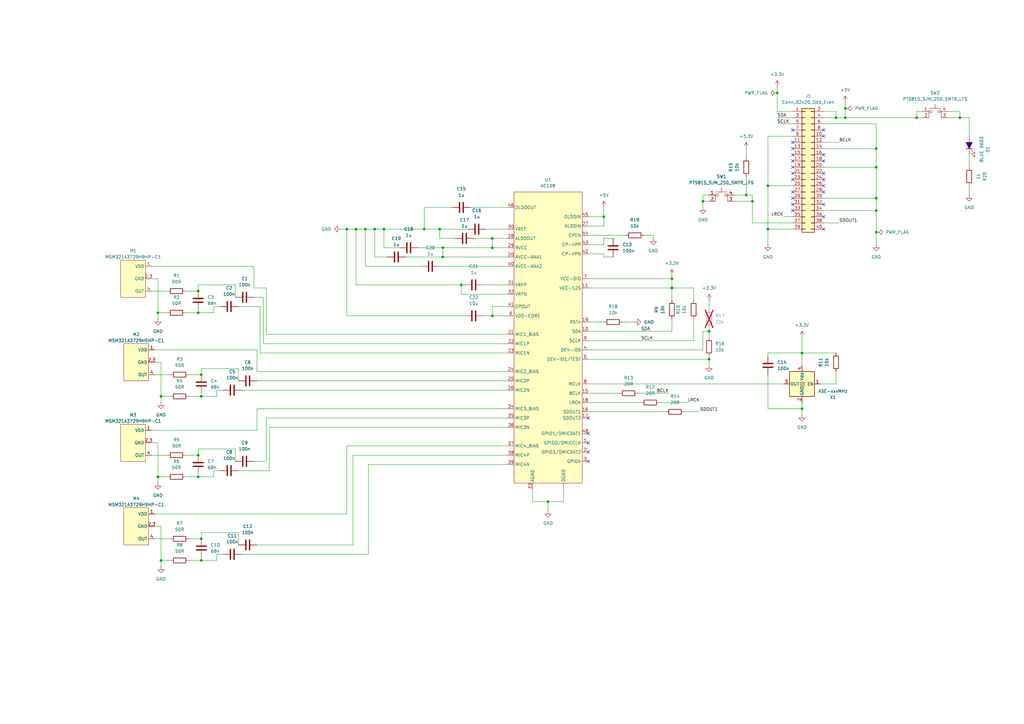
<source format=kicad_sch>
(kicad_sch (version 20231120) (generator "eeschema") (generator_version "8.0")
  (paper "A3")
  (title_block (title "4 CH MIC SCHEMATIC") (date "2024-08-28") (rev "A") (company "K.LISA YANG CCB") (comment 1 "DRAWN BY WILL FRITZ"))
  (lib_symbols
    (symbol "Connector_Generic:Conn_02x20_Odd_Even" (pin_names (offset 1.016) hide)
      (property "Reference" "J" (at 1.27 25.4 0))
      (property "Value" "Conn_02x20_Odd_Even" (at 1.27 -27.94 0))
      (symbol "Conn_02x20_Odd_Even_1_1"
        (rectangle (start -1.27 -25.273) (end 0 -25.527) (stroke (width 0.1524)))
        (rectangle (start -1.27 -22.733) (end 0 -22.987) (stroke (width 0.1524)))
        (rectangle (start -1.27 -20.193) (end 0 -20.447) (stroke (width 0.1524)))
        (rectangle (start -1.27 -17.653) (end 0 -17.907) (stroke (width 0.1524)))
        (rectangle (start -1.27 -15.113) (end 0 -15.367) (stroke (width 0.1524)))
        (rectangle (start -1.27 -12.573) (end 0 -12.827) (stroke (width 0.1524)))
        (rectangle (start -1.27 -10.033) (end 0 -10.287) (stroke (width 0.1524)))
        (rectangle (start -1.27 -7.493) (end 0 -7.747) (stroke (width 0.1524)))
        (rectangle (start -1.27 -4.953) (end 0 -5.207) (stroke (width 0.1524)))
        (rectangle (start -1.27 -2.413) (end 0 -2.667) (stroke (width 0.1524)))
        (rectangle (start -1.27 0.127) (end 0 -0.127) (stroke (width 0.1524)))
        (rectangle (start -1.27 2.667) (end 0 2.413) (stroke (width 0.1524)))
        (rectangle (start -1.27 5.207) (end 0 4.953) (stroke (width 0.1524)))
        (rectangle (start -1.27 7.747) (end 0 7.493) (stroke (width 0.1524)))
        (rectangle (start -1.27 10.287) (end 0 10.033) (stroke (width 0.1524)))
        (rectangle (start -1.27 12.827) (end 0 12.573) (stroke (width 0.1524)))
        (rectangle (start -1.27 15.367) (end 0 15.113) (stroke (width 0.1524)))
        (rectangle (start -1.27 17.907) (end 0 17.653) (stroke (width 0.1524)))
        (rectangle (start -1.27 20.447) (end 0 20.193) (stroke (width 0.1524)))
        (rectangle (start -1.27 22.987) (end 0 22.733) (stroke (width 0.1524)))
        (rectangle (start -1.27 24.13) (end 3.81 -26.67) (stroke (width 0.254)) (fill (type background)))
        (rectangle (start 3.81 -25.273) (end 2.54 -25.527) (stroke (width 0.1524)))
        (rectangle (start 3.81 -22.733) (end 2.54 -22.987) (stroke (width 0.1524)))
        (rectangle (start 3.81 -20.193) (end 2.54 -20.447) (stroke (width 0.1524)))
        (rectangle (start 3.81 -17.653) (end 2.54 -17.907) (stroke (width 0.1524)))
        (rectangle (start 3.81 -15.113) (end 2.54 -15.367) (stroke (width 0.1524)))
        (rectangle (start 3.81 -12.573) (end 2.54 -12.827) (stroke (width 0.1524)))
        (rectangle (start 3.81 -10.033) (end 2.54 -10.287) (stroke (width 0.1524)))
        (rectangle (start 3.81 -7.493) (end 2.54 -7.747) (stroke (width 0.1524)))
        (rectangle (start 3.81 -4.953) (end 2.54 -5.207) (stroke (width 0.1524)))
        (rectangle (start 3.81 -2.413) (end 2.54 -2.667) (stroke (width 0.1524)))
        (rectangle (start 3.81 0.127) (end 2.54 -0.127) (stroke (width 0.1524)))
        (rectangle (start 3.81 2.667) (end 2.54 2.413) (stroke (width 0.1524)))
        (rectangle (start 3.81 5.207) (end 2.54 4.953) (stroke (width 0.1524)))
        (rectangle (start 3.81 7.747) (end 2.54 7.493) (stroke (width 0.1524)))
        (rectangle (start 3.81 10.287) (end 2.54 10.033) (stroke (width 0.1524)))
        (rectangle (start 3.81 12.827) (end 2.54 12.573) (stroke (width 0.1524)))
        (rectangle (start 3.81 15.367) (end 2.54 15.113) (stroke (width 0.1524)))
        (rectangle (start 3.81 17.907) (end 2.54 17.653) (stroke (width 0.1524)))
        (rectangle (start 3.81 20.447) (end 2.54 20.193) (stroke (width 0.1524)))
        (rectangle (start 3.81 22.987) (end 2.54 22.733) (stroke (width 0.1524)))
        (pin passive line (at -5.08 22.86 0) (length 3.81) (name "Pin_1") (number "1"))
        (pin passive line (at 7.62 12.7 180) (length 3.81) (name "Pin_10") (number "10"))
        (pin passive line (at -5.08 10.16 0) (length 3.81) (name "Pin_11") (number "11"))
        (pin passive line (at 7.62 10.16 180) (length 3.81) (name "Pin_12") (number "12"))
        (pin passive line (at -5.08 7.62 0) (length 3.81) (name "Pin_13") (number "13"))
        (pin passive line (at 7.62 7.62 180) (length 3.81) (name "Pin_14") (number "14"))
        (pin passive line (at -5.08 5.08 0) (length 3.81) (name "Pin_15") (number "15"))
        (pin passive line (at 7.62 5.08 180) (length 3.81) (name "Pin_16") (number "16"))
        (pin passive line (at -5.08 2.54 0) (length 3.81) (name "Pin_17") (number "17"))
        (pin passive line (at 7.62 2.54 180) (length 3.81) (name "Pin_18") (number "18"))
        (pin passive line (at -5.08 0 0) (length 3.81) (name "Pin_19") (number "19"))
        (pin passive line (at 7.62 22.86 180) (length 3.81) (name "Pin_2") (number "2"))
        (pin passive line (at 7.62 0 180) (length 3.81) (name "Pin_20") (number "20"))
        (pin passive line (at -5.08 -2.54 0) (length 3.81) (name "Pin_21") (number "21"))
        (pin passive line (at 7.62 -2.54 180) (length 3.81) (name "Pin_22") (number "22"))
        (pin passive line (at -5.08 -5.08 0) (length 3.81) (name "Pin_23") (number "23"))
        (pin passive line (at 7.62 -5.08 180) (length 3.81) (name "Pin_24") (number "24"))
        (pin passive line (at -5.08 -7.62 0) (length 3.81) (name "Pin_25") (number "25"))
        (pin passive line (at 7.62 -7.62 180) (length 3.81) (name "Pin_26") (number "26"))
        (pin passive line (at -5.08 -10.16 0) (length 3.81) (name "Pin_27") (number "27"))
        (pin passive line (at 7.62 -10.16 180) (length 3.81) (name "Pin_28") (number "28"))
        (pin passive line (at -5.08 -12.7 0) (length 3.81) (name "Pin_29") (number "29"))
        (pin passive line (at -5.08 20.32 0) (length 3.81) (name "Pin_3") (number "3"))
        (pin passive line (at 7.62 -12.7 180) (length 3.81) (name "Pin_30") (number "30"))
        (pin passive line (at -5.08 -15.24 0) (length 3.81) (name "Pin_31") (number "31"))
        (pin passive line (at 7.62 -15.24 180) (length 3.81) (name "Pin_32") (number "32"))
        (pin passive line (at -5.08 -17.78 0) (length 3.81) (name "Pin_33") (number "33"))
        (pin passive line (at 7.62 -17.78 180) (length 3.81) (name "Pin_34") (number "34"))
        (pin passive line (at -5.08 -20.32 0) (length 3.81) (name "Pin_35") (number "35"))
        (pin passive line (at 7.62 -20.32 180) (length 3.81) (name "Pin_36") (number "36"))
        (pin passive line (at -5.08 -22.86 0) (length 3.81) (name "Pin_37") (number "37"))
        (pin passive line (at 7.62 -22.86 180) (length 3.81) (name "Pin_38") (number "38"))
        (pin passive line (at -5.08 -25.4 0) (length 3.81) (name "Pin_39") (number "39"))
        (pin passive line (at 7.62 20.32 180) (length 3.81) (name "Pin_4") (number "4"))
        (pin passive line (at 7.62 -25.4 180) (length 3.81) (name "Pin_40") (number "40"))
        (pin passive line (at -5.08 17.78 0) (length 3.81) (name "Pin_5") (number "5"))
        (pin passive line (at 7.62 17.78 180) (length 3.81) (name "Pin_6") (number "6"))
        (pin passive line (at -5.08 15.24 0) (length 3.81) (name "Pin_7") (number "7"))
        (pin passive line (at 7.62 15.24 180) (length 3.81) (name "Pin_8") (number "8"))
        (pin passive line (at -5.08 12.7 0) (length 3.81) (name "Pin_9") (number "9"))
      )
    )
    (symbol "Device:C" (pin_numbers hide) (pin_names (offset 0.254))
      (property "Reference" "C" (at 0.635 2.54 0))
      (property "Value" "C" (at 0.635 -2.54 0))
      (symbol "C_0_1"
        (polyline (pts (xy -2.032 -0.762) (xy 2.032 -0.762)) (stroke (width 0.508)))
        (polyline (pts (xy -2.032 0.762) (xy 2.032 0.762)) (stroke (width 0.508)))
      )
      (symbol "C_1_1"
        (pin passive line (at 0 3.81 270) (length 2.794) (name "~") (number "1"))
        (pin passive line (at 0 -3.81 90) (length 2.794) (name "~") (number "2"))
      )
    )
    (symbol "Device:R" (pin_numbers hide) (pin_names (offset 0))
      (property "Reference" "R" (at 2.032 0 90))
      (property "Value" "R" (at 0 0 90))
      (symbol "R_0_1"
        (rectangle (start -1.016 -2.54) (end 1.016 2.54) (stroke (width 0.254)))
      )
      (symbol "R_1_1"
        (pin passive line (at 0 3.81 270) (length 1.27) (name "~") (number "1"))
        (pin passive line (at 0 -3.81 90) (length 1.27) (name "~") (number "2"))
      )
    )
    (symbol "Oscillator:ASE-xxxMHz" (pin_names (offset 0.254))
      (property "Reference" "X" (at -5.08 6.35 0))
      (property "Value" "ASE-xxxMHz" (at 1.27 -6.35 0))
      (symbol "ASE-xxxMHz_0_1"
        (rectangle (start -5.08 5.08) (end 5.08 -5.08) (stroke (width 0.254)) (fill (type background)))
        (polyline (pts (xy -1.27 -0.762) (xy -1.016 -0.762) (xy -1.016 0.762) (xy -0.508 0.762) (xy -0.508 -0.762) (xy 0 -0.762) (xy 0 0.762) (xy 0.508 0.762) (xy 0.508 -0.762) (xy 0.762 -0.762)))
      )
      (symbol "ASE-xxxMHz_1_1"
        (pin input line (at -7.62 0 0) (length 2.54) (name "EN") (number "1"))
        (pin power_in line (at 0 -7.62 90) (length 2.54) (name "GND") (number "2"))
        (pin output line (at 7.62 0 180) (length 2.54) (name "OUT") (number "3"))
        (pin power_in line (at 0 7.62 270) (length 2.54) (name "Vdd") (number "4"))
      )
    )
    (symbol "ccb_ADC:AC108" (pin_names (offset 0.4))
      (property "Reference" "U1" (at 0 60.96 0))
      (property "Value" "AC108" (at 0 58.42 0))
      (symbol "AC108_1_1"
        (rectangle (start -13.97 55.88) (end 13.97 -63.5) (fill (type background)))
        (pin power_in line (at -6.35 -66.04 90) (length 2.54) (name "DGND") (number ""))
        (pin bidirectional line (at -16.51 -46.99 0) (length 2.54) (name "GPIO2/DMICCLK") (number "1"))
        (pin bidirectional line (at -16.51 -1.27 0) (length 2.54) (name "SDA") (number "10"))
        (pin power_in line (at -16.51 16.51 0) (length 2.54) (name "VCC-12S") (number "11"))
        (pin bidirectional line (at -16.51 -26.67 0) (length 2.54) (name "BCLK") (number "15"))
        (pin output line (at -16.51 -34.29 0) (length 2.54) (name "SDOUT1") (number "16"))
        (pin output line (at -16.51 -36.83 0) (length 2.54) (name "SDOUT2") (number "17"))
        (pin bidirectional line (at -16.51 -30.48 0) (length 2.54) (name "LRCK") (number "18"))
        (pin input line (at -16.51 2.54 0) (length 2.54) (name "RSTn") (number "19"))
        (pin bidirectional line (at -16.51 -50.8 0) (length 2.54) (name "GPIO3/DMICDAT2") (number "2"))
        (pin power_in line (at 16.51 29.21 180) (length 2.54) (name "AVCC-ANA1") (number "20"))
        (pin power_out line (at 16.51 -2.54 180) (length 2.54) (name "MIC1_BIAS") (number "21"))
        (pin input line (at 16.51 -6.35 180) (length 2.54) (name "MIC1P") (number "22"))
        (pin input line (at 16.51 -10.16 180) (length 2.54) (name "MIC1N") (number "23"))
        (pin power_out line (at 16.51 -17.78 180) (length 2.54) (name "MIC2_BIAS") (number "24"))
        (pin input line (at 16.51 -21.59 180) (length 2.54) (name "MIC2P") (number "25"))
        (pin input line (at 16.51 -25.4 180) (length 2.54) (name "MIC2N") (number "26"))
        (pin power_in line (at -16.51 41.91 0) (length 2.54) (name "ALDOIN") (number "27"))
        (pin power_out line (at 16.51 36.83 180) (length 2.54) (name "ALDOOUT") (number "28"))
        (pin power_in line (at 16.51 33.02 180) (length 2.54) (name "RVCC") (number "29"))
        (pin bidirectional line (at -16.51 -54.61 0) (length 2.54) (name "GPIO4") (number "3"))
        (pin output line (at 16.51 40.64 180) (length 2.54) (name "VREF") (number "30"))
        (pin output line (at 16.51 17.78 180) (length 2.54) (name "VRFP") (number "31"))
        (pin input line (at 16.51 13.97 180) (length 2.54) (name "VRFN") (number "32"))
        (pin power_in line (at 6.35 -66.04 90) (length 2.54) (name "AGND") (number "33"))
        (pin power_out line (at 16.51 -33.02 180) (length 2.54) (name "MIC3_BIAS") (number "34"))
        (pin input line (at 16.51 -36.83 180) (length 2.54) (name "MIC3P") (number "35"))
        (pin input line (at 16.51 -40.64 180) (length 2.54) (name "MIC3N") (number "36"))
        (pin power_out line (at 16.51 -48.26 180) (length 2.54) (name "MIC4_BIAS") (number "37"))
        (pin input line (at 16.51 -52.07 180) (length 2.54) (name "MIC4P") (number "38"))
        (pin input line (at 16.51 -55.88 180) (length 2.54) (name "MIC4N") (number "39"))
        (pin input line (at -16.51 -8.89 0) (length 2.54) (name "DEV-ID0") (number "4"))
        (pin passive line (at 16.51 25.4 180) (length 2.54) (name "AVCC-ANA2") (number "40"))
        (pin power_out line (at 16.51 8.89 180) (length 2.54) (name "CPOUT") (number "41"))
        (pin bidirectional line (at -16.51 30.48 0) (length 2.54) (name "CP-VPN") (number "42"))
        (pin bidirectional line (at -16.51 34.29 0) (length 2.54) (name "CP-VPP") (number "43"))
        (pin input line (at -16.51 38.1 0) (length 2.54) (name "CPEN") (number "44"))
        (pin power_in line (at -16.51 45.72 0) (length 2.54) (name "DLDOIN") (number "45"))
        (pin power_out line (at 16.51 49.53 180) (length 2.54) (name "DLDOOUT") (number "46"))
        (pin bidirectional line (at -16.51 -43.18 0) (length 2.54) (name "GPIO1/DMICDAT1") (number "48"))
        (pin input line (at -16.51 -12.7 0) (length 2.54) (name "DEV-ID1/TEST") (number "5"))
        (pin power_in line (at 16.51 5.08 180) (length 2.54) (name "VDD-CORE") (number "6"))
        (pin power_in line (at -16.51 20.32 0) (length 2.54) (name "VCC-DIO") (number "7"))
        (pin input line (at -16.51 -22.86 0) (length 2.54) (name "MCLK") (number "8"))
        (pin input line (at -16.51 -5.08 0) (length 2.54) (name "SCLK") (number "9"))
      )
    )
    (symbol "ccb_LED:EAST16084BA0" (pin_numbers hide) (pin_names (offset 1.016) hide)
      (property "Reference" "D4" (at -1.5875 6.35 0))
      (property "Value" "BLUE 0603" (at -1.5875 3.81 0))
      (symbol "EAST16084BA0_0_1"
        (polyline (pts (xy -1.27 -1.27) (xy -1.27 1.27)) (stroke (width 0.254)))
        (polyline (pts (xy -3.048 -0.762) (xy -4.572 -2.286) (xy -3.81 -2.286) (xy -4.572 -2.286) (xy -4.572 -1.524)))
        (polyline (pts (xy -1.778 -0.762) (xy -3.302 -2.286) (xy -2.54 -2.286) (xy -3.302 -2.286) (xy -3.302 -1.524)))
      )
      (symbol "EAST16084BA0_1_1"
        (polyline (pts (xy 1.27 -1.27) (xy 1.27 1.27) (xy -1.27 0) (xy 1.27 -1.27)) (stroke (width 0.254)) (fill (type color) (color 0 0 255 1)))
        (pin passive line (at -3.81 0 0) (length 2.54) (name "K") (number "1"))
        (pin passive line (at 3.81 0 180) (length 2.54) (name "A") (number "2"))
      )
    )
    (symbol "ccb_button_switch:PTS815_SJM_250_SMTR_LFS" (pin_names (offset 1.016) hide)
      (property "Reference" "SW" (at 0.635 5.715 0))
      (property "Value" "PTS815_SJM_250_SMTR_LFS" (at 0 -3.175 0))
      (symbol "PTS815_SJM_250_SMTR_LFS_0_1"
        (circle (center -1.778 2.54) (radius 0.508))
        (polyline (pts (xy -2.286 3.81) (xy 2.286 3.81)))
        (polyline (pts (xy 0 3.81) (xy 0 5.588)))
        (polyline (pts (xy -2.54 0) (xy -2.54 2.54) (xy -2.286 2.54)))
        (polyline (pts (xy 2.54 0) (xy 2.54 2.54) (xy 2.286 2.54)))
        (circle (center 1.778 2.54) (radius 0.508))
        (pin passive line (at -5.08 2.54 0) (length 2.54) (name "1") (number "1"))
        (pin passive line (at -5.08 0 0) (length 2.54) (name "2") (number "2"))
        (pin passive line (at 5.08 0 180) (length 2.54) (name "K") (number "3"))
        (pin passive line (at 5.08 2.54 180) (length 2.54) (name "A") (number "4"))
      )
    )
    (symbol "ccb_microphone:MSM321A3729H9HP-C"
      (property "Reference" "M?" (at 0 11.43 0))
      (property "Value" "MSM321A3729H9HP-C1" (at 0 8.89 0))
      (symbol "MSM321A3729H9HP-C_1_1"
        (rectangle (start -5.08 7.62) (end 5.08 -7.62) (fill (type background)))
        (pin power_in line (at 7.62 5.08 180) (length 2.54) (name "VDD") (number "1"))
        (pin power_in line (at 7.62 0 180) (length 2.54) (name "GND") (number "2,3"))
        (pin output line (at 7.62 -5.08 180) (length 2.54) (name "OUT") (number "4"))
      )
    )
    (symbol "power:+3.3V" (power) (pin_numbers hide) (pin_names (offset 0) hide)
      (property "Value" "+3.3V" (at 0 3.556 0))
      (symbol "+3.3V_0_1"
        (polyline (pts (xy -0.762 1.27) (xy 0 2.54)))
        (polyline (pts (xy 0 0) (xy 0 2.54)))
        (polyline (pts (xy 0 2.54) (xy 0.762 1.27)))
      )
      (symbol "+3.3V_1_1"
        (pin power_in line (at 0 0 90) (length 0) (name "~") (number "1"))
      )
    )
    (symbol "power:+5V" (power) (pin_numbers hide) (pin_names (offset 0) hide)
      (property "Value" "+5V" (at 0 3.556 0))
      (symbol "+5V_0_1"
        (polyline (pts (xy -0.762 1.27) (xy 0 2.54)))
        (polyline (pts (xy 0 0) (xy 0 2.54)))
        (polyline (pts (xy 0 2.54) (xy 0.762 1.27)))
      )
      (symbol "+5V_1_1"
        (pin power_in line (at 0 0 90) (length 0) (name "~") (number "1"))
      )
    )
    (symbol "power:GND" (power) (pin_numbers hide) (pin_names (offset 0) hide)
      (property "Value" "GND" (at 0 -3.81 0))
      (symbol "GND_0_1"
        (polyline (pts (xy 0 0) (xy 0 -1.27) (xy 1.27 -1.27) (xy 0 -2.54) (xy -1.27 -1.27) (xy 0 -1.27)))
      )
      (symbol "GND_1_1"
        (pin power_in line (at 0 0 270) (length 0) (name "~") (number "1"))
      )
    )
    (symbol "power:PWR_FLAG" (power) (pin_numbers hide) (pin_names (offset 0) hide)
      (property "Value" "PWR_FLAG" (at 0 3.81 0))
      (symbol "PWR_FLAG_0_0"
        (pin power_out line (at 0 0 90) (length 0) (name "~") (number "1"))
      )
      (symbol "PWR_FLAG_0_1"
        (polyline (pts (xy 0 0) (xy 0 1.27) (xy -1.016 1.905) (xy 0 2.54) (xy 1.016 1.905) (xy 0 1.27)))
      )
    )
  )
  (junction (at 359.41 95.25))
  (junction (at 346.71 48.26))
  (junction (at 189.23 116.84))
  (junction (at 173.99 93.98))
  (junction (at 181.61 101.6))
  (junction (at 153.67 93.98))
  (junction (at 247.65 88.9))
  (junction (at 180.34 93.98))
  (junction (at 359.41 60.96))
  (junction (at 64.77 195.58))
  (junction (at 288.29 82.55))
  (junction (at 290.83 135.89))
  (junction (at 64.77 128.27))
  (junction (at 328.93 144.78))
  (junction (at 81.28 128.27))
  (junction (at 359.41 86.36))
  (junction (at 359.41 81.28))
  (junction (at 157.48 93.98))
  (junction (at 314.96 93.98))
  (junction (at 275.59 118.11))
  (junction (at 82.55 220.98))
  (junction (at 306.07 80.01))
  (junction (at 82.55 229.87))
  (junction (at 81.28 186.69))
  (junction (at 314.96 76.2))
  (junction (at 290.83 147.32))
  (junction (at 81.28 119.38))
  (junction (at 66.04 229.87))
  (junction (at 81.28 195.58))
  (junction (at 82.55 153.67))
  (junction (at 201.93 129.54))
  (junction (at 149.86 93.98))
  (junction (at 342.9 48.26))
  (junction (at 66.04 162.56))
  (junction (at 201.93 101.6))
  (junction (at 82.55 162.56))
  (junction (at 142.24 93.98))
  (junction (at 318.77 38.1))
  (junction (at 393.7 48.26))
  (junction (at 328.93 167.64))
  (junction (at 201.93 97.79))
  (junction (at 359.41 68.58))
  (junction (at 346.71 44.45))
  (junction (at 375.92 48.26))
  (junction (at 308.61 82.55))
  (junction (at 275.59 114.3))
  (junction (at 146.05 93.98))
  (junction (at 224.79 205.74))
  (junction (at 181.61 105.41))
  (no_connect (at 337.82 73.66))
  (no_connect (at 325.12 63.5))
  (no_connect (at 241.3 181.61))
  (no_connect (at 337.82 71.12))
  (no_connect (at 325.12 66.04))
  (no_connect (at 325.12 53.34))
  (no_connect (at 337.82 53.34))
  (no_connect (at 325.12 60.96))
  (no_connect (at 337.82 63.5))
  (no_connect (at 325.12 68.58))
  (no_connect (at 241.3 171.45))
  (no_connect (at 337.82 88.9))
  (no_connect (at 337.82 76.2))
  (no_connect (at 241.3 177.8))
  (no_connect (at 337.82 55.88))
  (no_connect (at 241.3 185.42))
  (no_connect (at 337.82 66.04))
  (no_connect (at 337.82 83.82))
  (no_connect (at 325.12 83.82))
  (no_connect (at 325.12 78.74))
  (no_connect (at 337.82 93.98))
  (no_connect (at 325.12 71.12))
  (no_connect (at 337.82 78.74))
  (no_connect (at 325.12 73.66))
  (no_connect (at 325.12 86.36))
  (no_connect (at 325.12 58.42))
  (no_connect (at 241.3 189.23))
  (no_connect (at 325.12 81.28))
  (wire (pts (xy 81.28 128.27) (xy 87.63 128.27)))
  (wire (pts (xy 189.23 116.84) (xy 146.05 116.84)))
  (wire (pts (xy 328.93 167.64) (xy 328.93 170.18)))
  (wire (pts (xy 306.07 80.01) (xy 308.61 80.01)))
  (wire (pts (xy 275.59 118.11) (xy 275.59 114.3)))
  (wire (pts (xy 198.12 116.84) (xy 208.28 116.84)))
  (wire (pts (xy 314.96 153.67) (xy 314.96 167.64)))
  (wire (pts (xy 342.9 152.4) (xy 342.9 157.48)))
  (wire (pts (xy 105.41 156.21) (xy 208.28 156.21)))
  (wire (pts (xy 81.28 116.84) (xy 81.28 119.38)))
  (wire (pts (xy 62.23 181.61) (xy 64.77 181.61)))
  (wire (pts (xy 88.9 227.33) (xy 88.9 229.87)))
  (wire (pts (xy 337.82 68.58) (xy 359.41 68.58)))
  (wire (pts (xy 96.52 116.84) (xy 81.28 116.84)))
  (wire (pts (xy 62.23 176.53) (xy 105.41 176.53)))
  (wire (pts (xy 193.04 85.09) (xy 208.28 85.09)))
  (wire (pts (xy 308.61 82.55) (xy 308.61 91.44)))
  (wire (pts (xy 325.12 55.88) (xy 314.96 55.88)))
  (wire (pts (xy 88.9 160.02) (xy 91.44 160.02)))
  (wire (pts (xy 76.2 128.27) (xy 81.28 128.27)))
  (wire (pts (xy 66.04 229.87) (xy 69.85 229.87)))
  (wire (pts (xy 201.93 97.79) (xy 208.28 97.79)))
  (wire (pts (xy 393.7 48.26) (xy 397.51 48.26)))
  (wire (pts (xy 308.61 80.01) (xy 308.61 82.55)))
  (wire (pts (xy 241.3 143.51) (xy 288.29 143.51)))
  (wire (pts (xy 109.22 118.11) (xy 109.22 137.16)))
  (wire (pts (xy 247.65 104.14) (xy 247.65 105.41)))
  (wire (pts (xy 63.5 148.59) (xy 66.04 148.59)))
  (wire (pts (xy 264.16 96.52) (xy 267.97 96.52)))
  (wire (pts (xy 284.48 118.11) (xy 284.48 123.19)))
  (wire (pts (xy 359.41 68.58) (xy 359.41 81.28)))
  (wire (pts (xy 104.14 121.92) (xy 107.95 121.92)))
  (wire (pts (xy 180.34 93.98) (xy 191.77 93.98)))
  (wire (pts (xy 76.2 195.58) (xy 81.28 195.58)))
  (wire (pts (xy 88.9 227.33) (xy 91.44 227.33)))
  (wire (pts (xy 104.14 118.11) (xy 109.22 118.11)))
  (wire (pts (xy 77.47 153.67) (xy 82.55 153.67)))
  (wire (pts (xy 201.93 129.54) (xy 208.28 129.54)))
  (wire (pts (xy 142.24 129.54) (xy 142.24 93.98)))
  (wire (pts (xy 397.51 63.5) (xy 397.51 68.58)))
  (wire (pts (xy 314.96 55.88) (xy 314.96 76.2)))
  (wire (pts (xy 151.13 227.33) (xy 151.13 190.5)))
  (wire (pts (xy 241.3 157.48) (xy 321.31 157.48)))
  (wire (pts (xy 241.3 161.29) (xy 254 161.29)))
  (wire (pts (xy 66.04 229.87) (xy 66.04 232.41)))
  (wire (pts (xy 393.7 45.72) (xy 393.7 48.26)))
  (wire (pts (xy 87.63 193.04) (xy 87.63 195.58)))
  (wire (pts (xy 142.24 210.82) (xy 142.24 182.88)))
  (wire (pts (xy 247.65 88.9) (xy 247.65 85.09)))
  (wire (pts (xy 314.96 76.2) (xy 325.12 76.2)))
  (wire (pts (xy 241.3 118.11) (xy 275.59 118.11)))
  (wire (pts (xy 231.14 200.66) (xy 231.14 205.74)))
  (wire (pts (xy 66.04 162.56) (xy 66.04 165.1)))
  (wire (pts (xy 280.67 168.91) (xy 287.02 168.91)))
  (wire (pts (xy 63.5 153.67) (xy 69.85 153.67)))
  (wire (pts (xy 328.93 144.78) (xy 328.93 149.86)))
  (wire (pts (xy 318.77 45.72) (xy 325.12 45.72)))
  (wire (pts (xy 397.51 48.26) (xy 397.51 55.88)))
  (wire (pts (xy 208.28 125.73) (xy 201.93 125.73)))
  (wire (pts (xy 290.83 123.19) (xy 290.83 127)))
  (wire (pts (xy 288.29 80.01) (xy 288.29 82.55)))
  (wire (pts (xy 255.27 132.08) (xy 260.35 132.08)))
  (wire (pts (xy 81.28 195.58) (xy 81.28 194.31)))
  (wire (pts (xy 290.83 146.05) (xy 290.83 147.32)))
  (wire (pts (xy 241.3 104.14) (xy 247.65 104.14)))
  (wire (pts (xy 261.62 161.29) (xy 274.32 161.29)))
  (wire (pts (xy 62.23 186.69) (xy 68.58 186.69)))
  (wire (pts (xy 76.2 119.38) (xy 81.28 119.38)))
  (wire (pts (xy 378.46 45.72) (xy 375.92 45.72)))
  (wire (pts (xy 82.55 218.44) (xy 82.55 220.98)))
  (wire (pts (xy 321.31 88.9) (xy 325.12 88.9)))
  (wire (pts (xy 342.9 144.78) (xy 328.93 144.78)))
  (wire (pts (xy 64.77 114.3) (xy 64.77 128.27)))
  (wire (pts (xy 208.28 101.6) (xy 201.93 101.6)))
  (wire (pts (xy 346.71 41.91) (xy 346.71 44.45)))
  (wire (pts (xy 153.67 105.41) (xy 158.75 105.41)))
  (wire (pts (xy 87.63 125.73) (xy 87.63 128.27)))
  (wire (pts (xy 64.77 195.58) (xy 68.58 195.58)))
  (wire (pts (xy 241.3 132.08) (xy 247.65 132.08)))
  (wire (pts (xy 63.5 220.98) (xy 69.85 220.98)))
  (wire (pts (xy 97.79 125.73) (xy 106.68 125.73)))
  (wire (pts (xy 318.77 35.56) (xy 318.77 38.1)))
  (wire (pts (xy 151.13 190.5) (xy 208.28 190.5)))
  (wire (pts (xy 180.34 97.79) (xy 186.69 97.79)))
  (wire (pts (xy 375.92 48.26) (xy 378.46 48.26)))
  (wire (pts (xy 81.28 184.15) (xy 81.28 186.69)))
  (wire (pts (xy 66.04 148.59) (xy 66.04 162.56)))
  (wire (pts (xy 63.5 210.82) (xy 142.24 210.82)))
  (wire (pts (xy 328.93 144.78) (xy 328.93 138.43)))
  (wire (pts (xy 241.3 139.7) (xy 284.48 139.7)))
  (wire (pts (xy 62.23 114.3) (xy 64.77 114.3)))
  (wire (pts (xy 318.77 50.8) (xy 325.12 50.8)))
  (wire (pts (xy 99.06 227.33) (xy 151.13 227.33)))
  (wire (pts (xy 241.3 147.32) (xy 290.83 147.32)))
  (wire (pts (xy 109.22 171.45) (xy 109.22 189.23)))
  (wire (pts (xy 290.83 80.01) (xy 288.29 80.01)))
  (wire (pts (xy 308.61 91.44) (xy 325.12 91.44)))
  (wire (pts (xy 198.12 129.54) (xy 201.93 129.54)))
  (wire (pts (xy 218.44 205.74) (xy 224.79 205.74)))
  (wire (pts (xy 306.07 72.39) (xy 306.07 80.01)))
  (wire (pts (xy 359.41 95.25) (xy 359.41 100.33)))
  (wire (pts (xy 180.34 93.98) (xy 180.34 97.79)))
  (wire (pts (xy 241.3 88.9) (xy 247.65 88.9)))
  (wire (pts (xy 63.5 143.51) (xy 105.41 143.51)))
  (wire (pts (xy 62.23 119.38) (xy 68.58 119.38)))
  (wire (pts (xy 173.99 85.09) (xy 173.99 93.98)))
  (wire (pts (xy 105.41 152.4) (xy 208.28 152.4)))
  (wire (pts (xy 208.28 186.69) (xy 144.78 186.69)))
  (wire (pts (xy 63.5 215.9) (xy 66.04 215.9)))
  (wire (pts (xy 110.49 193.04) (xy 110.49 175.26)))
  (wire (pts (xy 337.82 45.72) (xy 342.9 45.72)))
  (wire (pts (xy 104.14 189.23) (xy 109.22 189.23)))
  (wire (pts (xy 82.55 229.87) (xy 88.9 229.87)))
  (wire (pts (xy 359.41 81.28) (xy 359.41 86.36)))
  (wire (pts (xy 88.9 160.02) (xy 88.9 162.56)))
  (wire (pts (xy 96.52 184.15) (xy 81.28 184.15)))
  (wire (pts (xy 397.51 76.2) (xy 397.51 80.01)))
  (wire (pts (xy 181.61 105.41) (xy 208.28 105.41)))
  (wire (pts (xy 388.62 45.72) (xy 393.7 45.72)))
  (wire (pts (xy 201.93 101.6) (xy 201.93 97.79)))
  (wire (pts (xy 142.24 93.98) (xy 146.05 93.98)))
  (wire (pts (xy 314.96 93.98) (xy 325.12 93.98)))
  (wire (pts (xy 359.41 60.96) (xy 359.41 68.58)))
  (wire (pts (xy 87.63 193.04) (xy 90.17 193.04)))
  (wire (pts (xy 97.79 223.52) (xy 97.79 218.44)))
  (wire (pts (xy 173.99 85.09) (xy 185.42 85.09)))
  (wire (pts (xy 149.86 93.98) (xy 153.67 93.98)))
  (wire (pts (xy 194.31 97.79) (xy 201.93 97.79)))
  (wire (pts (xy 337.82 81.28) (xy 359.41 81.28)))
  (wire (pts (xy 241.3 165.1) (xy 262.89 165.1)))
  (wire (pts (xy 306.07 60.96) (xy 306.07 64.77)))
  (wire (pts (xy 375.92 45.72) (xy 375.92 48.26)))
  (wire (pts (xy 62.23 109.22) (xy 104.14 109.22)))
  (wire (pts (xy 359.41 50.8) (xy 359.41 60.96)))
  (wire (pts (xy 201.93 125.73) (xy 201.93 129.54)))
  (wire (pts (xy 346.71 48.26) (xy 375.92 48.26)))
  (wire (pts (xy 153.67 93.98) (xy 153.67 105.41)))
  (wire (pts (xy 300.99 82.55) (xy 308.61 82.55)))
  (wire (pts (xy 97.79 151.13) (xy 82.55 151.13)))
  (wire (pts (xy 146.05 93.98) (xy 149.86 93.98)))
  (wire (pts (xy 342.9 45.72) (xy 342.9 48.26)))
  (wire (pts (xy 247.65 100.33) (xy 247.65 97.79)))
  (wire (pts (xy 77.47 229.87) (xy 82.55 229.87)))
  (wire (pts (xy 190.5 129.54) (xy 142.24 129.54)))
  (wire (pts (xy 76.2 186.69) (xy 81.28 186.69)))
  (wire (pts (xy 288.29 143.51) (xy 288.29 135.89)))
  (wire (pts (xy 290.83 135.89) (xy 290.83 138.43)))
  (wire (pts (xy 342.9 48.26) (xy 337.82 48.26)))
  (wire (pts (xy 146.05 116.84) (xy 146.05 93.98)))
  (wire (pts (xy 288.29 82.55) (xy 290.83 82.55)))
  (wire (pts (xy 359.41 86.36) (xy 359.41 95.25)))
  (wire (pts (xy 144.78 223.52) (xy 105.41 223.52)))
  (wire (pts (xy 328.93 165.1) (xy 328.93 167.64)))
  (wire (pts (xy 241.3 100.33) (xy 247.65 100.33)))
  (wire (pts (xy 270.51 165.1) (xy 281.94 165.1)))
  (wire (pts (xy 189.23 116.84) (xy 190.5 116.84)))
  (wire (pts (xy 97.79 218.44) (xy 82.55 218.44)))
  (wire (pts (xy 231.14 205.74) (xy 224.79 205.74)))
  (wire (pts (xy 241.3 92.71) (xy 247.65 92.71)))
  (wire (pts (xy 247.65 105.41) (xy 251.46 105.41)))
  (wire (pts (xy 144.78 186.69) (xy 144.78 223.52)))
  (wire (pts (xy 64.77 128.27) (xy 64.77 130.81)))
  (wire (pts (xy 241.3 168.91) (xy 273.05 168.91)))
  (wire (pts (xy 275.59 114.3) (xy 275.59 113.03)))
  (wire (pts (xy 346.71 44.45) (xy 346.71 48.26)))
  (wire (pts (xy 105.41 176.53) (xy 105.41 167.64)))
  (wire (pts (xy 107.95 121.92) (xy 107.95 140.97)))
  (wire (pts (xy 241.3 135.89) (xy 275.59 135.89)))
  (wire (pts (xy 82.55 162.56) (xy 82.55 161.29)))
  (wire (pts (xy 208.28 120.65) (xy 189.23 120.65)))
  (wire (pts (xy 189.23 120.65) (xy 189.23 116.84)))
  (wire (pts (xy 314.96 144.78) (xy 328.93 144.78)))
  (wire (pts (xy 300.99 80.01) (xy 306.07 80.01)))
  (wire (pts (xy 314.96 76.2) (xy 314.96 93.98)))
  (wire (pts (xy 337.82 58.42) (xy 344.17 58.42)))
  (wire (pts (xy 267.97 96.52) (xy 267.97 97.79)))
  (wire (pts (xy 99.06 160.02) (xy 208.28 160.02)))
  (wire (pts (xy 81.28 195.58) (xy 87.63 195.58)))
  (wire (pts (xy 157.48 93.98) (xy 173.99 93.98)))
  (wire (pts (xy 64.77 181.61) (xy 64.77 195.58)))
  (wire (pts (xy 106.68 144.78) (xy 208.28 144.78)))
  (wire (pts (xy 224.79 205.74) (xy 224.79 209.55)))
  (wire (pts (xy 104.14 109.22) (xy 104.14 118.11)))
  (wire (pts (xy 173.99 93.98) (xy 180.34 93.98)))
  (wire (pts (xy 275.59 130.81) (xy 275.59 135.89)))
  (wire (pts (xy 314.96 167.64) (xy 328.93 167.64)))
  (wire (pts (xy 82.55 162.56) (xy 88.9 162.56)))
  (wire (pts (xy 96.52 121.92) (xy 96.52 116.84)))
  (wire (pts (xy 109.22 171.45) (xy 208.28 171.45)))
  (wire (pts (xy 172.72 109.22) (xy 149.86 109.22)))
  (wire (pts (xy 388.62 48.26) (xy 393.7 48.26)))
  (wire (pts (xy 337.82 60.96) (xy 359.41 60.96)))
  (wire (pts (xy 171.45 101.6) (xy 181.61 101.6)))
  (wire (pts (xy 66.04 215.9) (xy 66.04 229.87)))
  (wire (pts (xy 247.65 97.79) (xy 251.46 97.79)))
  (wire (pts (xy 96.52 189.23) (xy 96.52 184.15)))
  (wire (pts (xy 284.48 130.81) (xy 284.48 139.7)))
  (wire (pts (xy 247.65 92.71) (xy 247.65 88.9)))
  (wire (pts (xy 142.24 182.88) (xy 208.28 182.88)))
  (wire (pts (xy 157.48 101.6) (xy 163.83 101.6)))
  (wire (pts (xy 288.29 82.55) (xy 288.29 85.09)))
  (wire (pts (xy 275.59 118.11) (xy 275.59 123.19)))
  (wire (pts (xy 64.77 128.27) (xy 68.58 128.27)))
  (wire (pts (xy 66.04 162.56) (xy 69.85 162.56)))
  (wire (pts (xy 149.86 109.22) (xy 149.86 93.98)))
  (wire (pts (xy 318.77 48.26) (xy 325.12 48.26)))
  (wire (pts (xy 218.44 200.66) (xy 218.44 205.74)))
  (wire (pts (xy 157.48 93.98) (xy 157.48 101.6)))
  (wire (pts (xy 181.61 101.6) (xy 201.93 101.6)))
  (wire (pts (xy 181.61 101.6) (xy 181.61 105.41)))
  (wire (pts (xy 180.34 109.22) (xy 208.28 109.22)))
  (wire (pts (xy 288.29 135.89) (xy 290.83 135.89)))
  (wire (pts (xy 241.3 114.3) (xy 275.59 114.3)))
  (wire (pts (xy 337.82 91.44) (xy 344.17 91.44)))
  (wire (pts (xy 199.39 93.98) (xy 208.28 93.98)))
  (wire (pts (xy 77.47 162.56) (xy 82.55 162.56)))
  (wire (pts (xy 105.41 167.64) (xy 208.28 167.64)))
  (wire (pts (xy 107.95 140.97) (xy 208.28 140.97)))
  (wire (pts (xy 314.96 146.05) (xy 314.96 144.78)))
  (wire (pts (xy 105.41 143.51) (xy 105.41 152.4)))
  (wire (pts (xy 82.55 151.13) (xy 82.55 153.67)))
  (wire (pts (xy 290.83 147.32) (xy 290.83 149.86)))
  (wire (pts (xy 139.7 93.98) (xy 142.24 93.98)))
  (wire (pts (xy 346.71 48.26) (xy 342.9 48.26)))
  (wire (pts (xy 87.63 125.73) (xy 90.17 125.73)))
  (wire (pts (xy 106.68 125.73) (xy 106.68 144.78)))
  (wire (pts (xy 166.37 105.41) (xy 181.61 105.41)))
  (wire (pts (xy 337.82 50.8) (xy 359.41 50.8)))
  (wire (pts (xy 109.22 137.16) (xy 208.28 137.16)))
  (wire (pts (xy 153.67 93.98) (xy 157.48 93.98)))
  (wire (pts (xy 284.48 118.11) (xy 275.59 118.11)))
  (wire (pts (xy 81.28 128.27) (xy 81.28 127)))
  (wire (pts (xy 314.96 93.98) (xy 314.96 100.33)))
  (wire (pts (xy 342.9 157.48) (xy 336.55 157.48)))
  (wire (pts (xy 82.55 229.87) (xy 82.55 228.6)))
  (wire (pts (xy 290.83 135.89) (xy 290.83 134.62)))
  (wire (pts (xy 77.47 220.98) (xy 82.55 220.98)))
  (wire (pts (xy 110.49 175.26) (xy 208.28 175.26)))
  (wire (pts (xy 241.3 96.52) (xy 256.54 96.52)))
  (wire (pts (xy 64.77 195.58) (xy 64.77 198.12)))
  (wire (pts (xy 97.79 156.21) (xy 97.79 151.13)))
  (wire (pts (xy 97.79 193.04) (xy 110.49 193.04)))
  (wire (pts (xy 337.82 86.36) (xy 359.41 86.36)))
  (wire (pts (xy 318.77 38.1) (xy 318.77 45.72)))
  (label "SCLK" (at 318.77 50.8 0))
  (label "SDOUT1" (at 287.02 168.91 0))
  (label "BCLK" (at 274.32 161.29 180))
  (label "SDA" (at 318.77 48.26 0))
  (label "LRCK" (at 321.31 88.9 180))
  (label "BCLK" (at 344.17 58.42 0))
  (label "SDA" (at 262.89 135.89 0))
  (label "SDOUT1" (at 344.17 91.44 0))
  (label "SCLK" (at 262.89 139.7 0))
  (label "LRCK" (at 281.94 165.1 0))
  (symbol (lib_id "Device:R") (at 290.83 142.24 0) (unit 1)
    (property "Reference" "R16" (at 293.37 140.9699 0) (effects (justify left)))
    (property "Value" "10k" (at 293.37 143.5099 0) (effects (justify left)))
    (property "Footprint" "ccb_resistor:R_0603_1608Metric" (effects (hide yes)))
    (property "Description" "Resistor" (effects (hide yes)))
  )
  (symbol (lib_id "Device:R") (at 257.81 161.29 270) (unit 1)
    (property "Reference" "R13" (at 257.81 154.94 90))
    (property "Value" "20R" (at 257.81 157.48 90))
    (property "Footprint" "ccb_resistor:R_0603_1608Metric" (effects (hide yes)))
    (property "Description" "Resistor" (effects (hide yes)))
  )
  (symbol (lib_id "Device:R") (at 72.39 119.38 90) (unit 1)
    (property "Reference" "R1" (at 72.39 113.03 90))
    (property "Value" "50R" (at 72.39 115.57 90))
    (property "Footprint" "ccb_resistor:R_0603_1608Metric" (effects (hide yes)))
    (property "Description" "Resistor" (effects (hide yes)))
  )
  (symbol (lib_id "power:GND") (at 359.41 100.33 0) (unit 1)
    (property "Reference" "#PWR012" (effects (hide yes)))
    (property "Value" "GND" (at 359.41 105.41 0))
    (property "Description" "Power symbol creates a global label with name \"GND\" , ground" (effects (hide yes)))
  )
  (symbol (lib_id "Device:C") (at 95.25 160.02 90) (unit 1)
    (property "Reference" "C5" (at 95.25 152.4 90))
    (property "Value" "100n" (at 95.25 154.94 90))
    (property "Footprint" "ccb_capacitor:C_0603_1608Metric" (effects (hide yes)))
    (property "Description" "Unpolarized capacitor" (effects (hide yes)))
  )
  (symbol (lib_id "Device:R") (at 251.46 132.08 270) (unit 1)
    (property "Reference" "R18" (at 251.46 125.73 90))
    (property "Value" "10k" (at 251.46 128.27 90))
    (property "Footprint" "ccb_resistor:R_0603_1608Metric" (effects (hide yes)))
    (property "Description" "Resistor" (effects (hide yes)))
  )
  (symbol (lib_id "power:PWR_FLAG") (at 346.71 44.45 270) (unit 1)
    (property "Reference" "#FLG02" (effects (hide yes)))
    (property "Value" "PWR_FLAG" (at 350.52 44.4499 90) (effects (justify left)))
    (property "Description" "Special symbol for telling ERC where power comes from" (effects (hide yes)))
  )
  (symbol (lib_id "Connector_Generic:Conn_02x20_Odd_Even") (at 330.2 68.58 0) (unit 1)
    (property "Reference" "J1" (at 331.47 39.37 0))
    (property "Value" "Conn_02x20_Odd_Even" (at 331.47 41.91 0))
    (property "Footprint" "Connector_PinSocket_2.54mm:PinSocket_2x20_P2.54mm_Vertical" (effects (hide yes)))
    (property "Description" "Generic connector, double row, 02x20, odd/even pin numbering scheme (row 1 odd numbers, row 2 even numbers), script generated (kicad-library-utils/schlib/autogen/connector/)" (effects (hide yes)))
  )
  (symbol (lib_id "Device:C") (at 194.31 116.84 90) (unit 1)
    (property "Reference" "C21" (at 194.31 109.22 90))
    (property "Value" "1u" (at 194.31 111.76 90))
    (property "Footprint" "ccb_capacitor:C_0603_1608Metric" (effects (hide yes)))
    (property "Description" "Unpolarized capacitor" (effects (hide yes)))
  )
  (symbol (lib_id "Device:C") (at 101.6 156.21 90) (unit 1)
    (property "Reference" "C6" (at 101.6 148.59 90))
    (property "Value" "100n" (at 101.6 151.13 90))
    (property "Footprint" "ccb_capacitor:C_0603_1608Metric" (effects (hide yes)))
    (property "Description" "Unpolarized capacitor" (effects (hide yes)))
  )
  (symbol (lib_id "Device:R") (at 290.83 130.81 0) (unit 1) (dnp yes)
    (property "Reference" "R17" (at 293.37 129.5399 0) (effects (justify left)))
    (property "Value" "10k" (at 293.37 132.0799 0) (effects (justify left)))
    (property "Footprint" "ccb_resistor:R_0603_1608Metric" (effects (hide yes)))
    (property "Description" "Resistor" (effects (hide yes)))
  )
  (symbol (lib_id "Device:R") (at 260.35 96.52 270) (unit 1)
    (property "Reference" "R19" (at 260.35 90.17 90))
    (property "Value" "10k" (at 260.35 92.71 90))
    (property "Footprint" "ccb_resistor:R_0603_1608Metric" (effects (hide yes)))
    (property "Description" "Resistor" (effects (hide yes)))
  )
  (symbol (lib_id "power:+3.3V") (at 290.83 123.19 0) (unit 1)
    (property "Reference" "#PWR017" (effects (hide yes)))
    (property "Value" "+3.3V" (at 290.83 118.11 0))
    (property "Description" "Power symbol creates a global label with name \"+3.3V\"" (effects (hide yes)))
  )
  (symbol (lib_id "Device:C") (at 194.31 129.54 90) (unit 1)
    (property "Reference" "C22" (at 194.31 121.92 90))
    (property "Value" "10u" (at 194.31 124.46 90))
    (property "Footprint" "ccb_capacitor:C_0603_1608Metric" (effects (hide yes)))
    (property "Description" "Unpolarized capacitor" (effects (hide yes)))
  )
  (symbol (lib_id "power:+3.3V") (at 318.77 35.56 0) (unit 1)
    (property "Reference" "#PWR011" (effects (hide yes)))
    (property "Value" "+3.3V" (at 318.77 30.48 0))
    (property "Description" "Power symbol creates a global label with name \"+3.3V\"" (effects (hide yes)))
  )
  (symbol (lib_id "power:GND") (at 267.97 97.79 0) (unit 1)
    (property "Reference" "#PWR020" (effects (hide yes)))
    (property "Value" "GND" (at 267.97 102.87 0))
    (property "Description" "Power symbol creates a global label with name \"GND\" , ground" (effects (hide yes)))
  )
  (symbol (lib_id "ccb_microphone:MSM321A3729H9HP-C") (at 55.88 215.9 0) (unit 1)
    (property "Reference" "M4" (at 55.88 204.47 0))
    (property "Value" "MSM321A3729H9HP-C1" (at 55.88 207.01 0))
    (property "Footprint" "ccb_microphone:MSM321A3729H8HP-C_FP" (effects (hide yes)))
  )
  (symbol (lib_id "power:GND") (at 139.7 93.98 270) (unit 1)
    (property "Reference" "#PWR019" (effects (hide yes)))
    (property "Value" "GND" (at 135.89 93.9799 90) (effects (justify right)))
    (property "Description" "Power symbol creates a global label with name \"GND\" , ground" (effects (hide yes)))
  )
  (symbol (lib_id "power:GND") (at 260.35 132.08 90) (unit 1)
    (property "Reference" "#PWR018" (effects (hide yes)))
    (property "Value" "GND" (at 264.16 132.0799 90) (effects (justify right)))
    (property "Description" "Power symbol creates a global label with name \"GND\" , ground" (effects (hide yes)))
  )
  (symbol (lib_id "power:GND") (at 224.79 209.55 0) (unit 1)
    (property "Reference" "#PWR05" (effects (hide yes)))
    (property "Value" "GND" (at 224.79 214.63 0))
    (property "Description" "Power symbol creates a global label with name \"GND\" , ground" (effects (hide yes)))
  )
  (symbol (lib_id "Device:R") (at 276.86 168.91 270) (unit 1)
    (property "Reference" "R14" (at 276.86 162.56 90))
    (property "Value" "20R" (at 276.86 165.1 90))
    (property "Footprint" "ccb_resistor:R_0603_1608Metric" (effects (hide yes)))
    (property "Description" "Resistor" (effects (hide yes)))
  )
  (symbol (lib_id "power:+3.3V") (at 275.59 113.03 0) (unit 1)
    (property "Reference" "#PWR07" (effects (hide yes)))
    (property "Value" "+3.3V" (at 275.59 107.95 0))
    (property "Description" "Power symbol creates a global label with name \"+3.3V\"" (effects (hide yes)))
  )
  (symbol (lib_id "power:PWR_FLAG") (at 359.41 95.25 270) (unit 1)
    (property "Reference" "#FLG03" (effects (hide yes)))
    (property "Value" "PWR_FLAG" (at 363.22 95.2499 90) (effects (justify left)))
    (property "Description" "Special symbol for telling ERC where power comes from" (effects (hide yes)))
  )
  (symbol (lib_id "ccb_button_switch:PTS815_SJM_250_SMTR_LFS") (at 383.54 48.26 0) (unit 1)
    (property "Reference" "SW2" (at 383.54 38.1 0))
    (property "Value" "PTS815_SJM_250_SMTR_LFS" (at 383.54 40.64 0))
    (property "Footprint" "ccb_button_switch:PTS815_SJM_250_SMTR_LFS" (effects (hide yes)))
    (property "Datasheet" "https://www.ckswitches.com/media/2728/pts815.pdf" (effects (hide yes)))
    (property "Description" "Tactile Switch SPST-NO Top Actuated Surface Mount" (effects (hide yes)))
    (property "Manufacturer" "C&K" (effects (hide yes)))
    (property "MPN" "PTS815 SJM 250 SMTR LFS" (effects (hide yes)))
    (property "Type" "SMD" (effects (hide yes)))
  )
  (symbol (lib_id "Device:C") (at 81.28 123.19 0) (unit 1)
    (property "Reference" "C3" (at 85.09 121.9199 0) (effects (justify left)))
    (property "Value" "68n" (at 85.09 124.4599 0) (effects (justify left)))
    (property "Footprint" "ccb_capacitor:C_0603_1608Metric" (effects (hide yes)))
    (property "Description" "Unpolarized capacitor" (effects (hide yes)))
  )
  (symbol (lib_id "Device:R") (at 72.39 195.58 90) (unit 1)
    (property "Reference" "R6" (at 72.39 189.23 90))
    (property "Value" "50R" (at 72.39 191.77 90))
    (property "Footprint" "ccb_resistor:R_0603_1608Metric" (effects (hide yes)))
    (property "Description" "Resistor" (effects (hide yes)))
  )
  (symbol (lib_id "Device:R") (at 342.9 148.59 180) (unit 1)
    (property "Reference" "R11" (at 336.55 148.59 90))
    (property "Value" "10k" (at 339.09 148.59 90))
    (property "Footprint" "ccb_resistor:R_0603_1608Metric" (effects (hide yes)))
    (property "Description" "Resistor" (effects (hide yes)))
  )
  (symbol (lib_id "Device:R") (at 72.39 128.27 90) (unit 1)
    (property "Reference" "R2" (at 72.39 121.92 90))
    (property "Value" "50R" (at 72.39 124.46 90))
    (property "Footprint" "ccb_resistor:R_0603_1608Metric" (effects (hide yes)))
    (property "Description" "Resistor" (effects (hide yes)))
  )
  (symbol (lib_id "Device:R") (at 306.07 68.58 180) (unit 1)
    (property "Reference" "R15" (at 299.72 68.58 90))
    (property "Value" "10k" (at 302.26 68.58 90))
    (property "Footprint" "ccb_resistor:R_0603_1608Metric" (effects (hide yes)))
    (property "Description" "Resistor" (effects (hide yes)))
  )
  (symbol (lib_id "ccb_ADC:AC108") (at 224.79 134.62 0) (mirror y) (unit 1)
    (property "Reference" "U1" (at 224.79 73.66 0))
    (property "Value" "AC108" (at 224.79 76.2 0))
    (property "Footprint" "ccb_package_DFN_QFN:AC108" (effects (hide yes)))
    (property "Datasheet" "https://cdn.sparkfun.com/assets/6/0/d/c/a/AC108_Datasheet_V1.1.pdf" (effects (hide yes)))
    (property "Type" "SMD" (effects (hide yes)))
  )
  (symbol (lib_id "Device:C") (at 81.28 190.5 0) (unit 1)
    (property "Reference" "C7" (at 85.09 189.2299 0) (effects (justify left)))
    (property "Value" "68n" (at 85.09 191.7699 0) (effects (justify left)))
    (property "Footprint" "ccb_capacitor:C_0603_1608Metric" (effects (hide yes)))
    (property "Description" "Unpolarized capacitor" (effects (hide yes)))
  )
  (symbol (lib_id "power:GND") (at 328.93 170.18 0) (unit 1)
    (property "Reference" "#PWR09" (effects (hide yes)))
    (property "Value" "GND" (at 328.93 175.26 0))
    (property "Description" "Power symbol creates a global label with name \"GND\" , ground" (effects (hide yes)))
  )
  (symbol (lib_id "Device:C") (at 101.6 223.52 90) (unit 1)
    (property "Reference" "C12" (at 101.6 215.9 90))
    (property "Value" "100n" (at 101.6 218.44 90))
    (property "Footprint" "ccb_capacitor:C_0603_1608Metric" (effects (hide yes)))
    (property "Description" "Unpolarized capacitor" (effects (hide yes)))
  )
  (symbol (lib_id "ccb_microphone:MSM321A3729H9HP-C") (at 55.88 148.59 0) (unit 1)
    (property "Reference" "M2" (at 55.88 137.16 0))
    (property "Value" "MSM321A3729H9HP-C1" (at 55.88 139.7 0))
    (property "Footprint" "ccb_microphone:MSM321A3729H8HP-C_FP" (effects (hide yes)))
  )
  (symbol (lib_id "power:GND") (at 64.77 130.81 0) (unit 1)
    (property "Reference" "#PWR01" (effects (hide yes)))
    (property "Value" "GND" (at 64.77 135.89 0))
    (property "Description" "Power symbol creates a global label with name \"GND\" , ground" (effects (hide yes)))
  )
  (symbol (lib_id "Device:R") (at 72.39 186.69 90) (unit 1)
    (property "Reference" "R5" (at 72.39 180.34 90))
    (property "Value" "50R" (at 72.39 182.88 90))
    (property "Footprint" "ccb_resistor:R_0603_1608Metric" (effects (hide yes)))
    (property "Description" "Resistor" (effects (hide yes)))
  )
  (symbol (lib_id "ccb_LED:EAST16084BA0") (at 397.51 59.69 90) (unit 1)
    (property "Reference" "D1" (at 405.13 61.2775 0))
    (property "Value" "BLUE 0603" (at 402.59 61.2775 0))
    (property "Footprint" "ccb_LED:LED_0603_1608Metric" (effects (hide yes)))
    (property "Datasheet" "https://www.mouser.com/datasheet/2/143/EAST16084BA0-737702.pdf" (effects (hide yes)))
    (property "Description" "Blue 470nm LED Indication - Discrete 2.8V 0603 (1608 Metric)" (effects (hide yes)))
    (property "MPN" "EAST16084BA0" (effects (hide yes)))
    (property "Manufacturer" "Everlight Electronics Co Ltd" (effects (hide yes)))
    (property "Type" "SMD" (effects (hide yes)))
  )
  (symbol (lib_id "power:GND") (at 66.04 165.1 0) (unit 1)
    (property "Reference" "#PWR02" (effects (hide yes)))
    (property "Value" "GND" (at 66.04 170.18 0))
    (property "Description" "Power symbol creates a global label with name \"GND\" , ground" (effects (hide yes)))
  )
  (symbol (lib_id "Device:C") (at 167.64 101.6 90) (unit 1)
    (property "Reference" "C18" (at 167.64 93.98 90))
    (property "Value" "1u" (at 167.64 96.52 90))
    (property "Footprint" "ccb_capacitor:C_0603_1608Metric" (effects (hide yes)))
    (property "Description" "Unpolarized capacitor" (effects (hide yes)))
  )
  (symbol (lib_id "Device:C") (at 100.33 121.92 90) (unit 1)
    (property "Reference" "C1" (at 100.33 114.3 90))
    (property "Value" "100n" (at 100.33 116.84 90))
    (property "Footprint" "ccb_capacitor:C_0603_1608Metric" (effects (hide yes)))
    (property "Description" "Unpolarized capacitor" (effects (hide yes)))
  )
  (symbol (lib_id "ccb_microphone:MSM321A3729H9HP-C") (at 54.61 114.3 0) (unit 1)
    (property "Reference" "M1" (at 54.61 102.87 0))
    (property "Value" "MSM321A3729H9HP-C1" (at 54.61 105.41 0))
    (property "Footprint" "ccb_microphone:MSM321A3729H8HP-C_FP" (effects (hide yes)))
  )
  (symbol (lib_id "Device:R") (at 73.66 229.87 90) (unit 1)
    (property "Reference" "R8" (at 73.66 223.52 90))
    (property "Value" "50R" (at 73.66 226.06 90))
    (property "Footprint" "ccb_resistor:R_0603_1608Metric" (effects (hide yes)))
    (property "Description" "Resistor" (effects (hide yes)))
  )
  (symbol (lib_id "power:GND") (at 290.83 149.86 0) (unit 1)
    (property "Reference" "#PWR016" (effects (hide yes)))
    (property "Value" "GND" (at 290.83 154.94 0))
    (property "Description" "Power symbol creates a global label with name \"GND\" , ground" (effects (hide yes)))
  )
  (symbol (lib_id "Device:R") (at 73.66 220.98 90) (unit 1)
    (property "Reference" "R7" (at 73.66 214.63 90))
    (property "Value" "50R" (at 73.66 217.17 90))
    (property "Footprint" "ccb_resistor:R_0603_1608Metric" (effects (hide yes)))
    (property "Description" "Resistor" (effects (hide yes)))
  )
  (symbol (lib_id "Device:C") (at 195.58 93.98 90) (unit 1)
    (property "Reference" "C16" (at 195.58 86.36 90))
    (property "Value" "1u" (at 195.58 88.9 90))
    (property "Footprint" "ccb_capacitor:C_0603_1608Metric" (effects (hide yes)))
    (property "Description" "Unpolarized capacitor" (effects (hide yes)))
  )
  (symbol (lib_id "power:GND") (at 288.29 85.09 0) (unit 1)
    (property "Reference" "#PWR014" (effects (hide yes)))
    (property "Value" "GND" (at 288.29 90.17 0))
    (property "Description" "Power symbol creates a global label with name \"GND\" , ground" (effects (hide yes)))
  )
  (symbol (lib_id "Device:R") (at 284.48 127 180) (unit 1)
    (property "Reference" "R10" (at 278.13 127 90))
    (property "Value" "10k" (at 280.67 127 90))
    (property "Footprint" "ccb_resistor:R_0603_1608Metric" (effects (hide yes)))
    (property "Description" "Resistor" (effects (hide yes)))
  )
  (symbol (lib_id "Device:C") (at 82.55 224.79 0) (unit 1)
    (property "Reference" "C10" (at 86.36 223.5199 0) (effects (justify left)))
    (property "Value" "68n" (at 86.36 226.0599 0) (effects (justify left)))
    (property "Footprint" "ccb_capacitor:C_0603_1608Metric" (effects (hide yes)))
    (property "Description" "Unpolarized capacitor" (effects (hide yes)))
  )
  (symbol (lib_id "power:+3.3V") (at 328.93 138.43 0) (unit 1)
    (property "Reference" "#PWR08" (effects (hide yes)))
    (property "Value" "+3.3V" (at 328.93 133.35 0))
    (property "Description" "Power symbol creates a global label with name \"+3.3V\"" (effects (hide yes)))
  )
  (symbol (lib_id "power:GND") (at 314.96 100.33 0) (unit 1)
    (property "Reference" "#PWR013" (effects (hide yes)))
    (property "Value" "GND" (at 314.96 105.41 0))
    (property "Description" "Power symbol creates a global label with name \"GND\" , ground" (effects (hide yes)))
  )
  (symbol (lib_id "Device:C") (at 189.23 85.09 90) (unit 1)
    (property "Reference" "C15" (at 189.23 77.47 90))
    (property "Value" "1u" (at 189.23 80.01 90))
    (property "Footprint" "ccb_capacitor:C_0603_1608Metric" (effects (hide yes)))
    (property "Description" "Unpolarized capacitor" (effects (hide yes)))
  )
  (symbol (lib_id "Device:R") (at 275.59 127 180) (unit 1)
    (property "Reference" "R9" (at 269.24 127 90))
    (property "Value" "10k" (at 271.78 127 90))
    (property "Footprint" "ccb_resistor:R_0603_1608Metric" (effects (hide yes)))
    (property "Description" "Resistor" (effects (hide yes)))
  )
  (symbol (lib_id "Device:C") (at 176.53 109.22 90) (unit 1)
    (property "Reference" "C20" (at 176.53 101.6 90))
    (property "Value" "1u" (at 176.53 104.14 90))
    (property "Footprint" "ccb_capacitor:C_0603_1608Metric" (effects (hide yes)))
    (property "Description" "Unpolarized capacitor" (effects (hide yes)))
  )
  (symbol (lib_id "Device:C") (at 251.46 101.6 180) (unit 1)
    (property "Reference" "C13" (at 255.27 100.3299 0) (effects (justify right)))
    (property "Value" "100n" (at 255.27 102.8699 0) (effects (justify right)))
    (property "Footprint" "ccb_capacitor:C_0603_1608Metric" (effects (hide yes)))
    (property "Description" "Unpolarized capacitor" (effects (hide yes)))
  )
  (symbol (lib_id "Device:C") (at 100.33 189.23 90) (unit 1)
    (property "Reference" "C9" (at 100.33 181.61 90))
    (property "Value" "100n" (at 100.33 184.15 90))
    (property "Footprint" "ccb_capacitor:C_0603_1608Metric" (effects (hide yes)))
    (property "Description" "Unpolarized capacitor" (effects (hide yes)))
  )
  (symbol (lib_id "Device:R") (at 73.66 162.56 90) (unit 1)
    (property "Reference" "R4" (at 73.66 156.21 90))
    (property "Value" "50R" (at 73.66 158.75 90))
    (property "Footprint" "ccb_resistor:R_0603_1608Metric" (effects (hide yes)))
    (property "Description" "Resistor" (effects (hide yes)))
  )
  (symbol (lib_id "Device:C") (at 93.98 193.04 90) (unit 1)
    (property "Reference" "C8" (at 93.98 185.42 90))
    (property "Value" "100n" (at 93.98 187.96 90))
    (property "Footprint" "ccb_capacitor:C_0603_1608Metric" (effects (hide yes)))
    (property "Description" "Unpolarized capacitor" (effects (hide yes)))
  )
  (symbol (lib_id "power:PWR_FLAG") (at 318.77 38.1 90) (unit 1)
    (property "Reference" "#FLG01" (effects (hide yes)))
    (property "Value" "PWR_FLAG" (at 314.96 38.0999 90) (effects (justify left)))
    (property "Description" "Special symbol for telling ERC where power comes from" (effects (hide yes)))
  )
  (symbol (lib_id "power:GND") (at 397.51 80.01 0) (unit 1)
    (property "Reference" "#PWR021" (effects (hide yes)))
    (property "Value" "GND" (at 397.51 85.09 0))
    (property "Description" "Power symbol creates a global label with name \"GND\" , ground" (effects (hide yes)))
  )
  (symbol (lib_id "Device:C") (at 95.25 227.33 90) (unit 1)
    (property "Reference" "C11" (at 95.25 219.71 90))
    (property "Value" "100n" (at 95.25 222.25 90))
    (property "Footprint" "ccb_capacitor:C_0603_1608Metric" (effects (hide yes)))
    (property "Description" "Unpolarized capacitor" (effects (hide yes)))
  )
  (symbol (lib_id "power:+3.3V") (at 306.07 60.96 0) (unit 1)
    (property "Reference" "#PWR015" (effects (hide yes)))
    (property "Value" "+3.3V" (at 306.07 55.88 0))
    (property "Description" "Power symbol creates a global label with name \"+3.3V\"" (effects (hide yes)))
  )
  (symbol (lib_id "Device:R") (at 397.51 72.39 180) (unit 1)
    (property "Reference" "R20" (at 403.86 72.39 90))
    (property "Value" "1k" (at 401.32 72.39 90))
    (property "Footprint" "ccb_resistor:R_0603_1608Metric" (effects (hide yes)))
    (property "Description" "Resistor" (effects (hide yes)))
  )
  (symbol (lib_id "Device:C") (at 314.96 149.86 180) (unit 1)
    (property "Reference" "C14" (at 318.77 148.5899 0) (effects (justify right)))
    (property "Value" "100n" (at 318.77 151.1299 0) (effects (justify right)))
    (property "Footprint" "ccb_capacitor:C_0603_1608Metric" (effects (hide yes)))
    (property "Description" "Unpolarized capacitor" (effects (hide yes)))
  )
  (symbol (lib_id "power:+5V") (at 247.65 85.09 0) (unit 1)
    (property "Reference" "#PWR06" (effects (hide yes)))
    (property "Value" "+5V" (at 247.65 80.01 0))
    (property "Description" "Power symbol creates a global label with name \"+5V\"" (effects (hide yes)))
  )
  (symbol (lib_id "power:GND") (at 66.04 232.41 0) (unit 1)
    (property "Reference" "#PWR04" (effects (hide yes)))
    (property "Value" "GND" (at 66.04 237.49 0))
    (property "Description" "Power symbol creates a global label with name \"GND\" , ground" (effects (hide yes)))
  )
  (symbol (lib_id "power:+5V") (at 346.71 41.91 0) (unit 1)
    (property "Reference" "#PWR010" (effects (hide yes)))
    (property "Value" "+5V" (at 346.71 36.83 0))
    (property "Description" "Power symbol creates a global label with name \"+5V\"" (effects (hide yes)))
  )
  (symbol (lib_id "Device:C") (at 162.56 105.41 90) (unit 1)
    (property "Reference" "C19" (at 162.56 97.79 90))
    (property "Value" "1u" (at 162.56 100.33 90))
    (property "Footprint" "ccb_capacitor:C_0603_1608Metric" (effects (hide yes)))
    (property "Description" "Unpolarized capacitor" (effects (hide yes)))
  )
  (symbol (lib_id "power:GND") (at 64.77 198.12 0) (unit 1)
    (property "Reference" "#PWR03" (effects (hide yes)))
    (property "Value" "GND" (at 64.77 203.2 0))
    (property "Description" "Power symbol creates a global label with name \"GND\" , ground" (effects (hide yes)))
  )
  (symbol (lib_id "ccb_microphone:MSM321A3729H9HP-C") (at 54.61 181.61 0) (unit 1)
    (property "Reference" "M3" (at 54.61 170.18 0))
    (property "Value" "MSM321A3729H9HP-C1" (at 54.61 172.72 0))
    (property "Footprint" "ccb_microphone:MSM321A3729H8HP-C_FP" (effects (hide yes)))
  )
  (symbol (lib_id "Device:C") (at 190.5 97.79 90) (unit 1)
    (property "Reference" "C17" (at 190.5 90.17 90))
    (property "Value" "1u" (at 190.5 92.71 90))
    (property "Footprint" "ccb_capacitor:C_0603_1608Metric" (effects (hide yes)))
    (property "Description" "Unpolarized capacitor" (effects (hide yes)))
  )
  (symbol (lib_id "ccb_button_switch:PTS815_SJM_250_SMTR_LFS") (at 295.91 82.55 0) (unit 1)
    (property "Reference" "SW1" (at 295.91 72.39 0))
    (property "Value" "PTS815_SJM_250_SMTR_LFS" (at 295.91 74.93 0))
    (property "Footprint" "ccb_button_switch:PTS815_SJM_250_SMTR_LFS" (effects (hide yes)))
    (property "Datasheet" "https://www.ckswitches.com/media/2728/pts815.pdf" (effects (hide yes)))
    (property "Description" "Tactile Switch SPST-NO Top Actuated Surface Mount" (effects (hide yes)))
    (property "Manufacturer" "C&K" (effects (hide yes)))
    (property "MPN" "PTS815 SJM 250 SMTR LFS" (effects (hide yes)))
    (property "Type" "SMD" (effects (hide yes)))
  )
  (symbol (lib_id "Device:C") (at 93.98 125.73 90) (unit 1)
    (property "Reference" "C2" (at 93.98 118.11 90))
    (property "Value" "100n" (at 93.98 120.65 90))
    (property "Footprint" "ccb_capacitor:C_0603_1608Metric" (effects (hide yes)))
    (property "Description" "Unpolarized capacitor" (effects (hide yes)))
  )
  (symbol (lib_id "Device:C") (at 82.55 157.48 0) (unit 1)
    (property "Reference" "C4" (at 86.36 156.2099 0) (effects (justify left)))
    (property "Value" "68n" (at 86.36 158.7499 0) (effects (justify left)))
    (property "Footprint" "ccb_capacitor:C_0603_1608Metric" (effects (hide yes)))
    (property "Description" "Unpolarized capacitor" (effects (hide yes)))
  )
  (symbol (lib_id "Device:R") (at 266.7 165.1 270) (unit 1)
    (property "Reference" "R12" (at 266.7 158.75 90))
    (property "Value" "20R" (at 266.7 161.29 90))
    (property "Footprint" "ccb_resistor:R_0603_1608Metric" (effects (hide yes)))
    (property "Description" "Resistor" (effects (hide yes)))
  )
  (symbol (lib_id "Oscillator:ASE-xxxMHz") (at 328.93 157.48 0) (mirror y) (unit 1)
    (property "Reference" "X1" (at 341.63 162.9762 0))
    (property "Value" "ASE-xxxMHz" (at 341.63 160.4362 0))
    (property "Footprint" "Oscillator:Oscillator_SMD_Abracon_ASE-4Pin_3.2x2.5mm" (effects (hide yes)))
    (property "Datasheet" "http://www.abracon.com/Oscillators/ASV.pdf" (effects (hide yes)))
    (property "Description" "3.3V CMOS SMD Crystal Clock Oscillator, Abracon" (effects (hide yes)))
  )
  (symbol (lib_id "Device:R") (at 73.66 153.67 90) (unit 1)
    (property "Reference" "R3" (at 73.66 147.32 90))
    (property "Value" "50R" (at 73.66 149.86 90))
    (property "Footprint" "ccb_resistor:R_0603_1608Metric" (effects (hide yes)))
    (property "Description" "Resistor" (effects (hide yes)))
  )
)
</source>
